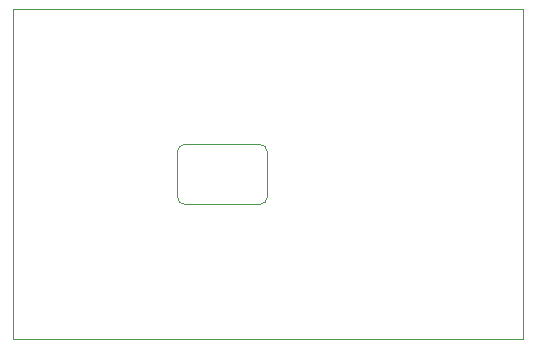
<source format=gm1>
%TF.GenerationSoftware,KiCad,Pcbnew,(6.0.0-0)*%
%TF.CreationDate,2023-01-27T15:23:16+00:00*%
%TF.ProjectId,Userport RTC,55736572-706f-4727-9420-5254432e6b69,rev?*%
%TF.SameCoordinates,Original*%
%TF.FileFunction,Profile,NP*%
%FSLAX46Y46*%
G04 Gerber Fmt 4.6, Leading zero omitted, Abs format (unit mm)*
G04 Created by KiCad (PCBNEW (6.0.0-0)) date 2023-01-27 15:23:16*
%MOMM*%
%LPD*%
G01*
G04 APERTURE LIST*
%TA.AperFunction,Profile*%
%ADD10C,0.100000*%
%TD*%
%TA.AperFunction,Profile*%
%ADD11C,0.120000*%
%TD*%
G04 APERTURE END LIST*
D10*
X154940000Y-74910000D02*
X111760000Y-74910000D01*
X111760000Y-74910000D02*
X111760000Y-102850000D01*
X111760000Y-102850000D02*
X154940000Y-102850000D01*
X154940000Y-102850000D02*
X154940000Y-74910000D01*
D11*
X132630000Y-86365000D02*
X126280000Y-86365000D01*
X133265000Y-90810000D02*
X133265000Y-87000000D01*
X125645000Y-87000000D02*
X125645000Y-90810000D01*
X126280000Y-91445000D02*
X132630000Y-91445000D01*
X125645000Y-90810000D02*
G75*
G03*
X126280000Y-91445000I634999J-1D01*
G01*
X132630000Y-91445000D02*
G75*
G03*
X133265000Y-90810000I1J634999D01*
G01*
X133265000Y-87000000D02*
G75*
G03*
X132630000Y-86365000I-634999J1D01*
G01*
X126280000Y-86365000D02*
G75*
G03*
X125645000Y-87000000I-1J-634999D01*
G01*
M02*

</source>
